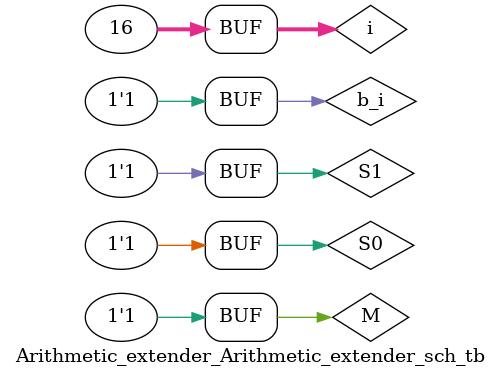
<source format=v>

`timescale 1ns / 1ps

module Arithmetic_extender_Arithmetic_extender_sch_tb();

// Inputs
   reg b_i =0;
   reg M =0;
   reg S0 =0;
   reg S1 =0;
	integer i = 0;
	parameter num_inputs = 4;
	parameter max_count = (1<<num_inputs);

// Output
   wire y_i;

// Bidirs

// Instantiate the UUT
   Arithmetic_extender UUT (
		.b_i(b_i), 
		.M(M), 
		.S0(S0), 
		.S1(S1), 
		.y_i(y_i)
   );
// Initialize Inputs
  initial begin
	#100; //Wait 100ns for initial inputs to settle.
	for (i=0; i<max_count; i=i+1)
		begin
		{M,S1,S0,b_i} = i; //Cycle through all 4 input combinations.
		#100; //Wait 100ns between new inputs.
		end
	end
endmodule

</source>
